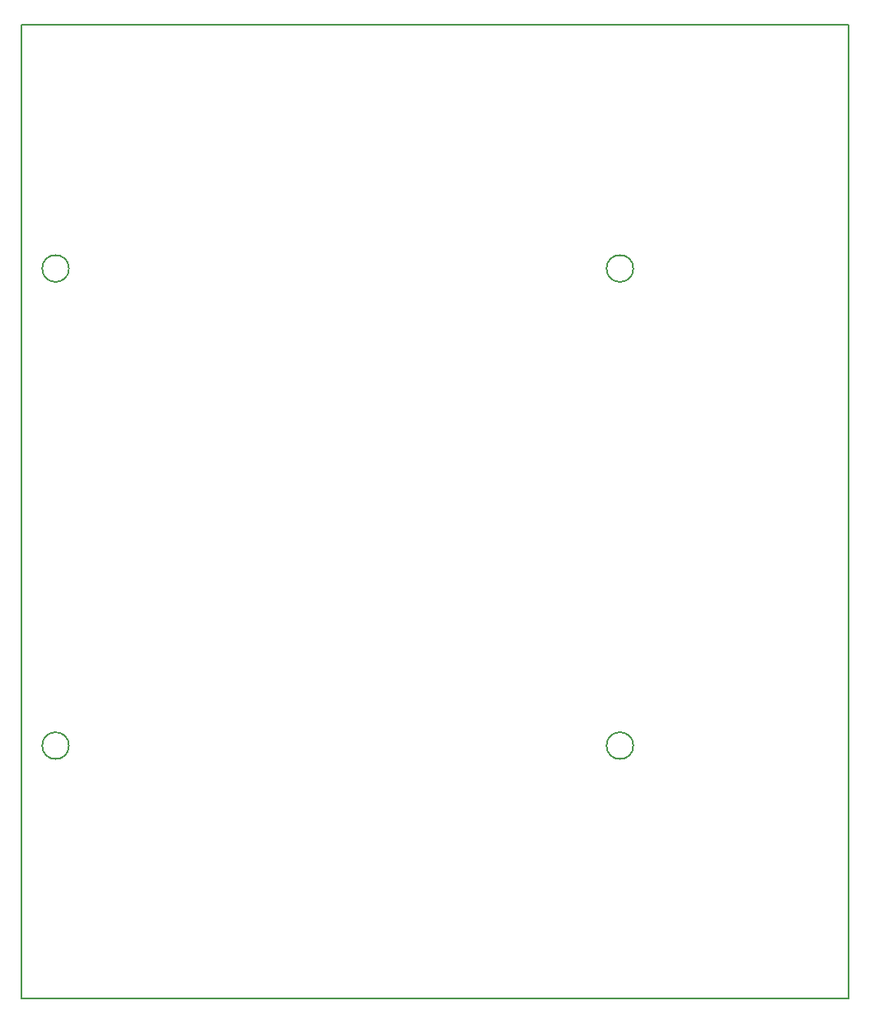
<source format=gm1>
G04 #@! TF.GenerationSoftware,KiCad,Pcbnew,(6.0.7)*
G04 #@! TF.CreationDate,2022-12-13T13:41:41-06:00*
G04 #@! TF.ProjectId,Narwal_v1,4e617277-616c-45f7-9631-2e6b69636164,1*
G04 #@! TF.SameCoordinates,Original*
G04 #@! TF.FileFunction,Profile,NP*
%FSLAX46Y46*%
G04 Gerber Fmt 4.6, Leading zero omitted, Abs format (unit mm)*
G04 Created by KiCad (PCBNEW (6.0.7)) date 2022-12-13 13:41:41*
%MOMM*%
%LPD*%
G01*
G04 APERTURE LIST*
G04 #@! TA.AperFunction,Profile*
%ADD10C,0.160000*%
G04 #@! TD*
G04 APERTURE END LIST*
D10*
X100000000Y-50000000D02*
X185000000Y-50000000D01*
X185000000Y-50000000D02*
X185000000Y-150000000D01*
X185000000Y-150000000D02*
X100000000Y-150000000D01*
X100000000Y-150000000D02*
X100000000Y-50000000D01*
X162875000Y-75000000D02*
G75*
G03*
X162875000Y-75000000I-1375000J0D01*
G01*
X162875000Y-124000000D02*
G75*
G03*
X162875000Y-124000000I-1375000J0D01*
G01*
X104875000Y-124000000D02*
G75*
G03*
X104875000Y-124000000I-1375000J0D01*
G01*
X104875000Y-75000000D02*
G75*
G03*
X104875000Y-75000000I-1375000J0D01*
G01*
M02*

</source>
